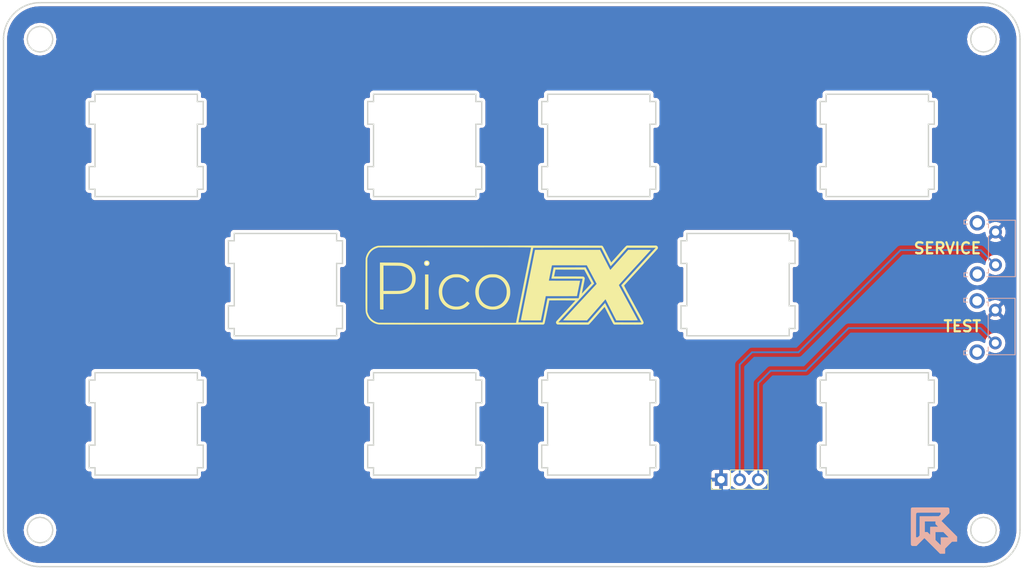
<source format=kicad_pcb>
(kicad_pcb (version 20211014) (generator pcbnew)
  (layers (0 "F.Cu" signal) (31 "B.Cu" signal) (34 "B.Paste" user) (35 "F.Paste" user) (36 "B.SilkS" user "B.Silkscreen") (37 "F.SilkS" user "F.Silkscreen") (38 "B.Mask" user) (39 "F.Mask" user) (44 "Edge.Cuts" user))
  (net 0 "")
  (net 1 "GND")
  (net 2 "SERVICE")
  (net 3 "TEST")
  (footprint "Connector_PinHeader_2.54mm:PinHeader_1x03_P2.54mm_Vertical" (layer "F.Cu") (at 178.65 124.61 90)
    (fp_text reference "REF**" hide)
    (fp_text value "PinHeader_1x03_P2.54mm_Vertical" hide)
  )
  (footprint "LogoFootprints:PicoFX" (layer "F.Cu") (at 150 98)
    (fp_text reference "G***" hide)
    (fp_text value "LOGO" hide)
  )
  (footprint "Button_Switch_THT:SW_Tactile_SPST_Angled_PTS645Vx39-2LFS" (layer "B.Cu") (at 216.1875 95.239 90)
    (fp_text reference "REF**" hide)
    (fp_text value "SW_Tactile_SPST_Angled_PTS645Vx39-2LFS")
  )
  (footprint "Button_Switch_THT:SW_Tactile_SPST_Angled_PTS645Vx39-2LFS" (layer "B.Cu") (at 216.154 105.918 90)
    (fp_text reference "REF**" hide)
    (fp_text value "SW_Tactile_SPST_Angled_PTS645Vx39-2LFS")
  )
  (footprint "LogoFootprints:Arrow_6" (layer "B.Cu") (at 207.772 131.572 180)
    (fp_text reference "G***" hide)
    (fp_text value "LOGO" hide)
  )
  (gr_line (start 173.959995 95.039) (end 173.959995 95.039) (layer "Edge.Cuts") (width 0.188976))
  (gr_line (start 173.959995 91.939001) (end 173.16 91.939001) (layer "Edge.Cuts") (width 0.188976))
  (gr_line (start 80.487996 63.971001) (end 80.533996 63.581001) (layer "Edge.Cuts") (width 0.188976))
  (gr_line (start 154.91 123.989) (end 168.91 123.989) (layer "Edge.Cuts") (width 0.188976))
  (gr_line (start 130.297996 72.889) (end 130.297996 72.889) (layer "Edge.Cuts") (width 0.188976))
  (gr_line (start 80.487996 131.907) (end 80.471996 131.514002) (layer "Edge.Cuts") (width 0.188976))
  (gr_line (start 83.807996 63.823001) (end 83.807996 63.823001) (layer "Edge.Cuts") (width 0.188976))
  (gr_line (start 213.507 132.930002) (end 213.507 132.930002) (layer "Edge.Cuts") (width 0.188976))
  (gr_line (start 215.951992 63.335001) (end 215.564998 62.948001) (layer "Edge.Cuts") (width 0.188976))
  (gr_line (start 106.997995 85.889) (end 106.997995 85.889) (layer "Edge.Cuts") (width 0.188976))
  (gr_line (start 214.92799 136.499003) (end 214.92799 136.499003) (layer "Edge.Cuts") (width 0.188976))
  (gr_line (start 84.689996 136.452997) (end 84.689996 136.452997) (layer "Edge.Cuts") (width 0.188976))
  (gr_line (start 112.046997 100.839003) (end 111.247997 100.839003) (layer "Edge.Cuts") (width 0.188976))
  (gr_line (start 85.472996 62.614001) (end 85.472996 62.614001) (layer "Edge.Cuts") (width 0.188976))
  (gr_line (start 217.475002 135.56) (end 217.475002 135.56) (layer "Edge.Cuts") (width 0.188976))
  (gr_line (start 85.079996 136.499003) (end 84.689996 136.452997) (layer "Edge.Cuts") (width 0.188976))
  (gr_line (start 145.097995 71.889) (end 145.097995 71.889) (layer "Edge.Cuts") (width 0.188976))
  (gr_line (start 188.759998 91.939001) (end 187.959995 91.939001) (layer "Edge.Cuts") (width 0.188976))
  (gr_line (start 154.91 81.788) (end 154.91 81.788) (layer "Edge.Cuts") (width 0.188976))
  (gr_line (start 92.997995 114.089003) (end 92.997995 114.089003) (layer "Edge.Cuts") (width 0.188976))
  (gr_line (start 126.846996 91.939001) (end 126.046997 91.939001) (layer "Edge.Cuts") (width 0.188976))
  (gr_line (start 145.097995 75.989) (end 145.897999 75.989) (layer "Edge.Cuts") (width 0.188976))
  (gr_line (start 80.487996 63.971001) (end 80.487996 63.971001) (layer "Edge.Cuts") (width 0.188976))
  (gr_line (start 168.91 123.989) (end 168.91 123.989) (layer "Edge.Cuts") (width 0.188976))
  (gr_line (start 131.097995 85.889) (end 145.097995 85.889) (layer "Edge.Cuts") (width 0.188976))
  (gr_line (start 80.533996 63.581001) (end 80.533996 63.581001) (layer "Edge.Cuts") (width 0.188976))
  (gr_line (start 192.209995 114.089003) (end 193.009998 114.089003) (layer "Edge.Cuts") (width 0.188976))
  (gr_line (start 80.471996 131.514002) (end 80.471996 131.514002) (layer "Edge.Cuts") (width 0.188976))
  (gr_line (start 145.097995 84.889) (end 145.897999 84.889) (layer "Edge.Cuts") (width 0.188976))
  (gr_line (start 169.709995 81.788) (end 169.709995 81.788) (layer "Edge.Cuts") (width 0.188976))
  (gr_line (start 168.91 72.889) (end 168.91 72.889) (layer "Edge.Cuts") (width 0.188976))
  (gr_line (start 154.91 85.889) (end 154.91 85.889) (layer "Edge.Cuts") (width 0.188976))
  (gr_line (start 154.91 84.889) (end 154.91 84.889) (layer "Edge.Cuts") (width 0.188976))
  (gr_line (start 106.997995 109.989) (end 92.997995 109.989) (layer "Edge.Cuts") (width 0.188976))
  (gr_line (start 215.076992 133.179003) (end 215.564998 132.930002) (layer "Edge.Cuts") (width 0.188976))
  (gr_line (start 215.564998 62.948001) (end 215.564998 62.948001) (layer "Edge.Cuts") (width 0.188976))
  (gr_line (start 81.426996 61.425001) (end 81.669996 61.116001) (layer "Edge.Cuts") (width 0.188976))
  (gr_line (start 219.290996 62.818001) (end 219.397991 63.196001) (layer "Edge.Cuts") (width 0.188976))
  (gr_line (start 207.809993 81.788) (end 207.00999 81.788) (layer "Edge.Cuts") (width 0.188976))
  (gr_line (start 106.997995 122.989) (end 107.795997 122.989) (layer "Edge.Cuts") (width 0.188976))
  (gr_line (start 81.016996 62.094001) (end 81.208996 61.751001) (layer "Edge.Cuts") (width 0.188976))
  (gr_line (start 112.046997 95.039) (end 112.046997 95.039) (layer "Edge.Cuts") (width 0.188976))
  (gr_line (start 111.247997 103.939001) (end 112.046997 103.939001) (layer "Edge.Cuts") (width 0.188976))
  (gr_line (start 207.00999 109.989) (end 207.00999 109.989) (layer "Edge.Cuts") (width 0.188976))
  (gr_line (start 173.959995 104.939001) (end 173.959995 104.939001) (layer "Edge.Cuts") (width 0.188976))
  (gr_line (start 107.795997 114.089003) (end 107.795997 110.989) (layer "Edge.Cuts") (width 0.188976))
  (gr_line (start 82.224996 60.561001) (end 82.533996 60.318001) (layer "Edge.Cuts") (width 0.188976))
  (gr_line (start 92.997995 123.989) (end 106.997995 123.989) (layer "Edge.Cuts") (width 0.188976))
  (gr_line (start 212.87199 132.055002) (end 212.87199 132.055002) (layer "Edge.Cuts") (width 0.188976))
  (gr_line (start 173.959995 104.939001) (end 187.959995 104.939001) (layer "Edge.Cuts") (width 0.188976))
  (gr_line (start 81.426996 134.452997) (end 81.208996 134.127001) (layer "Edge.Cuts") (width 0.188976))
  (gr_line (start 84.056996 132.543001) (end 84.443996 132.930002) (layer "Edge.Cuts") (width 0.188976))
  (gr_line (start 212.87199 64.904001) (end 213.119991 65.392001) (layer "Edge.Cuts") (width 0.188976))
  (gr_line (start 84.056996 63.335001) (end 84.056996 63.335001) (layer "Edge.Cuts") (width 0.188976))
  (gr_line (start 84.689996 59.425001) (end 85.079996 59.379001) (layer "Edge.Cuts") (width 0.188976))
  (gr_line (start 84.689996 136.452997) (end 84.304996 136.376001) (layer "Edge.Cuts") (width 0.188976))
  (gr_line (start 131.097995 122.989) (end 131.097995 122.989) (layer "Edge.Cuts") (width 0.188976))
  (gr_line (start 92.196996 119.889002) (end 92.196996 119.889002) (layer "Edge.Cuts") (width 0.188976))
  (gr_line (start 145.097995 123.989) (end 145.097995 122.989) (layer "Edge.Cuts") (width 0.188976))
  (gr_line (start 154.91 122.989) (end 154.91 123.989) (layer "Edge.Cuts") (width 0.188976))
  (gr_line (start 218.798992 61.751001) (end 218.798992 61.751001) (layer "Edge.Cuts") (width 0.188976))
  (gr_line (start 212.87199 130.974001) (end 212.87199 130.974001) (layer "Edge.Cuts") (width 0.188976))
  (gr_line (start 219.154995 62.450001) (end 219.154995 62.450001) (layer "Edge.Cuts") (width 0.188976))
  (gr_line (start 145.897999 84.889) (end 145.897999 84.889) (layer "Edge.Cuts") (width 0.188976))
  (gr_line (start 154.109996 110.989) (end 154.109996 114.089003) (layer "Edge.Cuts") (width 0.188976))
  (gr_line (start 126.046997 100.839003) (end 126.046997 95.039) (layer "Edge.Cuts") (width 0.188976))
  (gr_line (start 193.009998 72.889) (end 192.209995 72.889) (layer "Edge.Cuts") (width 0.188976))
  (gr_line (start 218.337993 61.116001) (end 218.337993 61.116001) (layer "Edge.Cuts") (width 0.188976))
  (gr_line (start 215.951992 132.543001) (end 216.199993 132.055002) (layer "Edge.Cuts") (width 0.188976))
  (gr_line (start 106.997995 114.089003) (end 107.795997 114.089003) (layer "Edge.Cuts") (width 0.188976))
  (gr_line (start 218.337993 61.116001) (end 218.58099 61.425001) (layer "Edge.Cuts") (width 0.188976))
  (gr_line (start 212.87199 63.823001) (end 212.785991 64.364001) (layer "Edge.Cuts") (width 0.188976))
  (gr_line (start 81.208996 134.127001) (end 81.208996 134.127001) (layer "Edge.Cuts") (width 0.188976))
  (gr_line (start 154.91 110.989) (end 154.91 110.989) (layer "Edge.Cuts") (width 0.188976))
  (gr_line (start 84.056996 63.335001) (end 83.807996 63.823001) (layer "Edge.Cuts") (width 0.188976))
  (gr_line (start 106.997995 81.788) (end 106.997995 75.989) (layer "Edge.Cuts") (width 0.188976))
  (gr_line (start 218.337993 134.762003) (end 218.337993 134.762003) (layer "Edge.Cuts") (width 0.188976))
  (gr_line (start 215.076992 62.699001) (end 214.535991 62.614001) (layer "Edge.Cuts") (width 0.188976))
  (gr_line (start 85.472996 66.114001) (end 86.012996 66.028001) (layer "Edge.Cuts") (width 0.188976))
  (gr_line (start 85.472996 59.363001) (end 214.535991 59.364001) (layer "Edge.Cuts") (width 0.188976))
  (gr_line (start 80.852996 133.428003) (end 80.852996 133.428003) (layer "Edge.Cuts") (width 0.188976))
  (gr_line (start 168.91 81.788) (end 168.91 81.788) (layer "Edge.Cuts") (width 0.188976))
  (gr_line (start 107.795997 72.889) (end 107.795997 72.889) (layer "Edge.Cuts") (width 0.188976))
  (gr_line (start 188.759998 103.939001) (end 188.759998 100.839003) (layer "Edge.Cuts") (width 0.188976))
  (gr_line (start 83.558996 59.744001) (end 83.558996 59.744001) (layer "Edge.Cuts") (width 0.188976))
  (gr_line (start 212.87199 63.823001) (end 212.87199 63.823001) (layer "Edge.Cuts") (width 0.188976))
  (gr_line (start 218.990993 62.094001) (end 219.154995 62.450001) (layer "Edge.Cuts") (width 0.188976))
  (gr_line (start 213.507 130.099001) (end 213.507 130.099001) (layer "Edge.Cuts") (width 0.188976))
  (gr_line (start 219.535991 131.515001) (end 219.535991 131.515001) (layer "Edge.Cuts") (width 0.188976))
  (gr_line (start 215.951992 65.392001) (end 216.199993 64.904001) (layer "Edge.Cuts") (width 0.188976))
  (gr_line (start 126.046997 104.939001) (end 126.046997 103.939001) (layer "Edge.Cuts") (width 0.188976))
  (gr_line (start 217.783001 60.561001) (end 218.072002 60.828001) (layer "Edge.Cuts") (width 0.188976))
  (gr_line (start 188.759998 100.839003) (end 187.959995 100.839003) (layer "Edge.Cuts") (width 0.188976))
  (gr_line (start 107.795997 122.989) (end 107.795997 119.889002) (layer "Edge.Cuts") (width 0.188976))
  (gr_line (start 83.807996 130.974001) (end 83.807996 130.974001) (layer "Edge.Cuts") (width 0.188976))
  (gr_line (start 106.997995 119.889002) (end 106.997995 119.889002) (layer "Edge.Cuts") (width 0.188976))
  (gr_line (start 187.959995 91.939001) (end 187.959995 91.939001) (layer "Edge.Cuts") (width 0.188976))
  (gr_line (start 207.00999 114.089003) (end 207.00999 114.089003) (layer "Edge.Cuts") (width 0.188976))
  (gr_line (start 213.507 62.948001) (end 213.507 62.948001) (layer "Edge.Cuts") (width 0.188976))
  (gr_line (start 216.199993 64.904001) (end 216.285991 64.364001) (layer "Edge.Cuts") (width 0.188976))
  (gr_line (start 80.852996 62.450001) (end 81.016996 62.094001) (layer "Edge.Cuts") (width 0.188976))
  (gr_line (start 85.079996 59.379001) (end 85.472996 59.363001) (layer "Edge.Cuts") (width 0.188976))
  (gr_line (start 83.807996 64.904001) (end 83.807996 64.904001) (layer "Edge.Cuts") (width 0.188976))
  (gr_line (start 145.097995 85.889) (end 145.097995 84.889) (layer "Edge.Cuts") (width 0.188976))
  (gr_line (start 216.285991 131.515001) (end 216.199993 130.974001) (layer "Edge.Cuts") (width 0.188976))
  (gr_line (start 216.449001 59.744001) (end 216.449001 59.744001) (layer "Edge.Cuts") (width 0.188976))
  (gr_line (start 83.202996 59.908001) (end 83.558996 59.744001) (layer "Edge.Cuts") (width 0.188976))
  (gr_line (start 215.317989 136.452997) (end 215.317989 136.452997) (layer "Edge.Cuts") (width 0.188976))
  (gr_line (start 92.997995 72.889) (end 92.997995 72.889) (layer "Edge.Cuts") (width 0.188976))
  (gr_line (start 131.097995 81.788) (end 130.297996 81.788) (layer "Edge.Cuts") (width 0.188976))
  (gr_line (start 218.58099 61.425001) (end 218.798992 61.751001) (layer "Edge.Cuts") (width 0.188976))
  (gr_line (start 193.009998 71.889) (end 193.009998 72.889) (layer "Edge.Cuts") (width 0.188976))
  (gr_line (start 92.997995 109.989) (end 92.997995 110.989) (layer "Edge.Cuts") (width 0.188976))
  (gr_line (start 213.994991 66.028001) (end 213.994991 66.028001) (layer "Edge.Cuts") (width 0.188976))
  (gr_line (start 80.533996 63.581001) (end 80.610996 63.196001) (layer "Edge.Cuts") (width 0.188976))
  (gr_line (start 80.716996 62.818001) (end 80.852996 62.450001) (layer "Edge.Cuts") (width 0.188976))
  (gr_line (start 145.097995 109.989) (end 131.097995 109.989) (layer "Edge.Cuts") (width 0.188976))
  (gr_line (start 85.472996 129.765001) (end 84.931996 129.850001) (layer "Edge.Cuts") (width 0.188976))
  (gr_line (start 80.472996 64.364001) (end 80.487996 63.971001) (layer "Edge.Cuts") (width 0.188976))
  (gr_line (start 188.759998 95.039) (end 188.759998 95.039) (layer "Edge.Cuts") (width 0.188976))
  (gr_line (start 215.317989 59.425001) (end 215.317989 59.425001) (layer "Edge.Cuts") (width 0.188976))
  (gr_line (start 83.558996 59.744001) (end 83.926996 59.608001) (layer "Edge.Cuts") (width 0.188976))
  (gr_line (start 219.290996 133.06) (end 219.154995 133.428003) (layer "Edge.Cuts") (width 0.188976))
  (gr_line (start 214.535991 62.614001) (end 213.994991 62.699001) (layer "Edge.Cuts") (width 0.188976))
  (gr_line (start 84.443996 62.948001) (end 84.056996 63.335001) (layer "Edge.Cuts") (width 0.188976))
  (gr_line (start 111.247997 91.939001) (end 111.247997 95.039) (layer "Edge.Cuts") (width 0.188976))
  (gr_line (start 216.449001 59.744001) (end 216.805996 59.908001) (layer "Edge.Cuts") (width 0.188976))
  (gr_line (start 86.012996 62.699001) (end 85.472996 62.614001) (layer "Edge.Cuts") (width 0.188976))
  (gr_line (start 106.997995 85.889) (end 106.997995 84.889) (layer "Edge.Cuts") (width 0.188976))
  (gr_line (start 219.520992 131.907) (end 219.520992 131.907) (layer "Edge.Cuts") (width 0.188976))
  (gr_line (start 112.046997 91.939001) (end 111.247997 91.939001) (layer "Edge.Cuts") (width 0.188976))
  (gr_line (start 83.722996 131.515001) (end 83.807996 132.055002) (layer "Edge.Cuts") (width 0.188976))
  (gr_line (start 86.012996 66.028001) (end 86.500996 65.779001) (layer "Edge.Cuts") (width 0.188976))
  (gr_line (start 131.097995 110.989) (end 131.097995 110.989) (layer "Edge.Cuts") (width 0.188976))
  (gr_line (start 188.759998 95.039) (end 188.759998 91.939001) (layer "Edge.Cuts") (width 0.188976))
  (gr_line (start 85.472996 133.265001) (end 85.472996 133.265001) (layer "Edge.Cuts") (width 0.188976))
  (gr_line (start 219.397991 132.682001) (end 219.290996 133.06) (layer "Edge.Cuts") (width 0.188976))
  (gr_line (start 83.807996 64.904001) (end 84.056996 65.392001) (layer "Edge.Cuts") (width 0.188976))
  (gr_line (start 188.759998 91.939001) (end 188.759998 91.939001) (layer "Edge.Cuts") (width 0.188976))
  (gr_line (start 81.669996 61.116001) (end 81.669996 61.116001) (layer "Edge.Cuts") (width 0.188976))
  (gr_line (start 154.91 72.889) (end 154.91 72.889) (layer "Edge.Cuts") (width 0.188976))
  (gr_line (start 193.009998 122.989) (end 193.009998 123.989) (layer "Edge.Cuts") (width 0.188976))
  (gr_line (start 207.00999 72.889) (end 207.00999 71.889) (layer "Edge.Cuts") (width 0.188976))
  (gr_line (start 92.196996 75.989) (end 92.997995 75.989) (layer "Edge.Cuts") (width 0.188976))
  (gr_line (start 207.00999 75.989) (end 207.00999 75.989) (layer "Edge.Cuts") (width 0.188976))
  (gr_line (start 154.91 72.889) (end 154.109996 72.889) (layer "Edge.Cuts") (width 0.188976))
  (gr_line (start 213.507 130.099001) (end 213.119991 130.486002) (layer "Edge.Cuts") (width 0.188976))
  (gr_line (start 81.936996 135.049997) (end 81.936996 135.049997) (layer "Edge.Cuts") (width 0.188976))
  (gr_line (start 173.959995 103.939001) (end 173.959995 103.939001) (layer "Edge.Cuts") (width 0.188976))
  (gr_line (start 87.136996 63.823001) (end 87.136996 63.823001) (layer "Edge.Cuts") (width 0.188976))
  (gr_line (start 81.426996 61.425001) (end 81.426996 61.425001) (layer "Edge.Cuts") (width 0.188976))
  (gr_line (start 85.472996 136.515001) (end 85.472996 136.515001) (layer "Edge.Cuts") (width 0.188976))
  (gr_line (start 212.785991 64.364001) (end 212.785991 64.364001) (layer "Edge.Cuts") (width 0.188976))
  (gr_line (start 111.247997 91.939001) (end 111.247997 91.939001) (layer "Edge.Cuts") (width 0.188976))
  (gr_line (start 84.056996 65.392001) (end 84.056996 65.392001) (layer "Edge.Cuts") (width 0.188976))
  (gr_line (start 86.012996 62.699001) (end 86.012996 62.699001) (layer "Edge.Cuts") (width 0.188976))
  (gr_line (start 212.785991 64.364001) (end 212.87199 64.904001) (layer "Edge.Cuts") (width 0.188976))
  (gr_line (start 106.997995 72.889) (end 106.997995 72.889) (layer "Edge.Cuts") (width 0.188976))
  (gr_line (start 145.897999 114.089003) (end 145.897999 110.989) (layer "Edge.Cuts") (width 0.188976))
  (gr_line (start 193.009998 122.989) (end 193.009998 122.989) (layer "Edge.Cuts") (width 0.188976))
  (gr_line (start 168.91 114.089003) (end 168.91 114.089003) (layer "Edge.Cuts") (width 0.188976))
  (gr_line (start 145.097995 109.989) (end 145.097995 109.989) (layer "Edge.Cuts") (width 0.188976))
  (gr_line (start 169.709995 72.889) (end 168.91 72.889) (layer "Edge.Cuts") (width 0.188976))
  (gr_line (start 84.056996 130.486002) (end 83.807996 130.974001) (layer "Edge.Cuts") (width 0.188976))
  (gr_line (start 131.097995 123.989) (end 131.097995 123.989) (layer "Edge.Cuts") (width 0.188976))
  (gr_line (start 169.709995 110.989) (end 169.709995 110.989) (layer "Edge.Cuts") (width 0.188976))
  (gr_line (start 126.846996 103.939001) (end 126.846996 103.939001) (layer "Edge.Cuts") (width 0.188976))
  (gr_line (start 169.709995 119.889002) (end 169.709995 119.889002) (layer "Edge.Cuts") (width 0.188976))
  (gr_line (start 111.247997 95.039) (end 112.046997 95.039) (layer "Edge.Cuts") (width 0.188976))
  (gr_line (start 154.91 123.989) (end 154.91 123.989) (layer "Edge.Cuts") (width 0.188976))
  (gr_line (start 207.809993 114.089003) (end 207.809993 114.089003) (layer "Edge.Cuts") (width 0.188976))
  (gr_line (start 215.317989 136.452997) (end 214.92799 136.499003) (layer "Edge.Cuts") (width 0.188976))
  (gr_line (start 131.097995 114.089003) (end 131.097995 114.089003) (layer "Edge.Cuts") (width 0.188976))
  (gr_line (start 215.076992 129.850001) (end 215.076992 129.850001) (layer "Edge.Cuts") (width 0.188976))
  (gr_line (start 218.798992 61.751001) (end 218.990993 62.094001) (layer "Edge.Cuts") (width 0.188976))
  (gr_line (start 92.196996 122.989) (end 92.997995 122.989) (layer "Edge.Cuts") (width 0.188976))
  (gr_line (start 84.304996 136.376001) (end 83.926996 136.269999) (layer "Edge.Cuts") (width 0.188976))
  (gr_line (start 92.196996 72.889) (end 92.196996 75.989) (layer "Edge.Cuts") (width 0.188976))
  (gr_line (start 218.337993 134.762003) (end 218.072002 135.049997) (layer "Edge.Cuts") (width 0.188976))
  (gr_line (start 213.507 132.930002) (end 213.994991 133.179003) (layer "Edge.Cuts") (width 0.188976))
  (gr_line (start 215.951992 65.392001) (end 215.951992 65.392001) (layer "Edge.Cuts") (width 0.188976))
  (gr_line (start 81.936996 135.049997) (end 81.669996 134.762003) (layer "Edge.Cuts") (width 0.188976))
  (gr_line (start 130.297996 72.889) (end 130.297996 75.989) (layer "Edge.Cuts") (width 0.188976))
  (gr_line (start 131.097995 85.889) (end 131.097995 85.889) (layer "Edge.Cuts") (width 0.188976))
  (gr_line (start 193.009998 75.989) (end 193.009998 81.788) (layer "Edge.Cuts") (width 0.188976))
  (gr_line (start 111.247997 95.039) (end 111.247997 95.039) (layer "Edge.Cuts") (width 0.188976))
  (gr_line (start 154.109996 75.989) (end 154.109996 75.989) (layer "Edge.Cuts") (width 0.188976))
  (gr_line (start 168.91 110.989) (end 168.91 109.989) (layer "Edge.Cuts") (width 0.188976))
  (gr_line (start 86.012996 133.179003) (end 86.500996 132.930002) (layer "Edge.Cuts") (width 0.188976))
  (gr_line (start 92.997995 75.989) (end 92.997995 81.788) (layer "Edge.Cuts") (width 0.188976))
  (gr_line (start 145.097995 85.889) (end 145.097995 85.889) (layer "Edge.Cuts") (width 0.188976))
  (gr_line (start 83.807996 63.823001) (end 83.722996 64.364001) (layer "Edge.Cuts") (width 0.188976))
  (gr_line (start 145.897999 122.989) (end 145.897999 119.889002) (layer "Edge.Cuts") (width 0.188976))
  (gr_line (start 169.709995 75.989) (end 169.709995 72.889) (layer "Edge.Cuts") (width 0.188976))
  (gr_line (start 84.443996 130.099001) (end 84.443996 130.099001) (layer "Edge.Cuts") (width 0.188976))
  (gr_line (start 193.009998 84.889) (end 193.009998 84.889) (layer "Edge.Cuts") (width 0.188976))
  (gr_line (start 187.959995 90.939001) (end 187.959995 90.939001) (layer "Edge.Cuts") (width 0.188976))
  (gr_line (start 81.016996 62.094001) (end 81.016996 62.094001) (layer "Edge.Cuts") (width 0.188976))
  (gr_line (start 107.795997 122.989) (end 107.795997 122.989) (layer "Edge.Cuts") (width 0.188976))
  (gr_line (start 215.702999 59.502001) (end 216.08099 59.608001) (layer "Edge.Cuts") (width 0.188976))
  (gr_line (start 218.990993 62.094001) (end 218.990993 62.094001) (layer "Edge.Cuts") (width 0.188976))
  (gr_line (start 168.91 72.889) (end 168.91 71.889) (layer "Edge.Cuts") (width 0.188976))
  (gr_line (start 214.535991 129.765001) (end 214.535991 129.765001) (layer "Edge.Cuts") (width 0.188976))
  (gr_line (start 187.959995 103.939001) (end 187.959995 103.939001) (layer "Edge.Cuts") (width 0.188976))
  (gr_line (start 207.00999 122.989) (end 207.00999 122.989) (layer "Edge.Cuts") (width 0.188976))
  (gr_line (start 154.91 114.089003) (end 154.91 119.889002) (layer "Edge.Cuts") (width 0.188976))
  (gr_line (start 219.520992 63.971001) (end 219.520992 63.971001) (layer "Edge.Cuts") (width 0.188976))
  (gr_line (start 92.997995 110.989) (end 92.196996 110.989) (layer "Edge.Cuts") (width 0.188976))
  (gr_line (start 83.558996 136.134005) (end 83.202996 135.970003) (layer "Edge.Cuts") (width 0.188976))
  (gr_line (start 218.990993 133.783999) (end 218.990993 133.783999) (layer "Edge.Cuts") (width 0.188976))
  (gr_line (start 106.997995 75.989) (end 106.997995 75.989) (layer "Edge.Cuts") (width 0.188976))
  (gr_line (start 87.222996 64.364001) (end 87.136996 63.823001) (layer "Edge.Cuts") (width 0.188976))
  (gr_line (start 154.91 85.889) (end 168.91 85.889) (layer "Edge.Cuts") (width 0.188976))
  (gr_line (start 81.208996 134.127001) (end 81.016996 133.783999) (layer "Edge.Cuts") (width 0.188976))
  (gr_line (start 193.009998 119.889002) (end 193.009998 119.889002) (layer "Edge.Cuts") (width 0.188976))
  (gr_line (start 92.997995 85.889) (end 92.997995 85.889) (layer "Edge.Cuts") (width 0.188976))
  (gr_line (start 215.702999 59.502001) (end 215.702999 59.502001) (layer "Edge.Cuts") (width 0.188976))
  (gr_line (start 207.00999 119.889002) (end 207.00999 119.889002) (layer "Edge.Cuts") (width 0.188976))
  (gr_line (start 193.009998 81.788) (end 193.009998 81.788) (layer "Edge.Cuts") (width 0.188976))
  (gr_line (start 130.297996 122.989) (end 130.297996 122.989) (layer "Edge.Cuts") (width 0.188976))
  (gr_line (start 207.00999 119.889002) (end 207.00999 114.089003) (layer "Edge.Cuts") (width 0.188976))
  (gr_line (start 107.795997 84.889) (end 107.795997 81.788) (layer "Edge.Cuts") (width 0.188976))
  (gr_line (start 213.119991 65.392001) (end 213.119991 65.392001) (layer "Edge.Cuts") (width 0.188976))
  (gr_line (start 82.859996 60.100001) (end 83.202996 59.908001) (layer "Edge.Cuts") (width 0.188976))
  (gr_line (start 154.91 81.788) (end 154.109996 81.788) (layer "Edge.Cuts") (width 0.188976))
  (gr_line (start 92.997995 110.989) (end 92.997995 110.989) (layer "Edge.Cuts") (width 0.188976))
  (gr_line (start 85.079996 136.499003) (end 85.079996 136.499003) (layer "Edge.Cuts") (width 0.188976))
  (gr_line (start 131.097995 110.989) (end 130.297996 110.989) (layer "Edge.Cuts") (width 0.188976))
  (gr_line (start 187.959995 90.939001) (end 173.959995 90.939001) (layer "Edge.Cuts") (width 0.188976))
  (gr_line (start 154.109996 72.889) (end 154.109996 72.889) (layer "Edge.Cuts") (width 0.188976))
  (gr_line (start 86.887996 63.335001) (end 86.887996 63.335001) (layer "Edge.Cuts") (width 0.188976))
  (gr_line (start 173.16 100.839003) (end 173.16 103.939001) (layer "Edge.Cuts") (width 0.188976))
  (gr_line (start 130.297996 84.889) (end 130.297996 84.889) (layer "Edge.Cuts") (width 0.188976))
  (gr_line (start 215.951992 130.486002) (end 215.564998 130.099001) (layer "Edge.Cuts") (width 0.188976))
  (gr_line (start 106.997995 119.889002) (end 106.997995 114.089003) (layer "Edge.Cuts") (width 0.188976))
  (gr_line (start 207.809993 119.889002) (end 207.809993 119.889002) (layer "Edge.Cuts") (width 0.188976))
  (gr_line (start 80.716996 133.06) (end 80.610996 132.682001) (layer "Edge.Cuts") (width 0.188976))
  (gr_line (start 154.91 110.989) (end 154.109996 110.989) (layer "Edge.Cuts") (width 0.188976))
  (gr_line (start 154.109996 84.889) (end 154.109996 84.889) (layer "Edge.Cuts") (width 0.188976))
  (gr_line (start 130.297996 119.889002) (end 130.297996 122.989) (layer "Edge.Cuts") (width 0.188976))
  (gr_line (start 84.931996 133.179003) (end 84.931996 133.179003) (layer "Edge.Cuts") (width 0.188976))
  (gr_line (start 145.097995 119.889002) (end 145.097995 114.089003) (layer "Edge.Cuts") (width 0.188976))
  (gr_line (start 173.959995 90.939001) (end 173.959995 91.939001) (layer "Edge.Cuts") (width 0.188976))
  (gr_line (start 83.202996 135.970003) (end 82.859996 135.778002) (layer "Edge.Cuts") (width 0.188976))
  (gr_line (start 83.202996 135.970003) (end 83.202996 135.970003) (layer "Edge.Cuts") (width 0.188976))
  (gr_line (start 81.016996 133.783999) (end 80.852996 133.428003) (layer "Edge.Cuts") (width 0.188976))
  (gr_line (start 173.959995 95.039) (end 173.959995 100.839003) (layer "Edge.Cuts") (width 0.188976))
  (gr_line (start 192.209995 110.989) (end 192.209995 114.089003) (layer "Edge.Cuts") (width 0.188976))
  (gr_line (start 92.997995 119.889002) (end 92.196996 119.889002) (layer "Edge.Cuts") (width 0.188976))
  (gr_line (start 217.475002 60.318001) (end 217.475002 60.318001) (layer "Edge.Cuts") (width 0.188976))
  (gr_line (start 145.897999 110.989) (end 145.097995 110.989) (layer "Edge.Cuts") (width 0.188976))
  (gr_line (start 130.297996 81.788) (end 130.297996 81.788) (layer "Edge.Cuts") (width 0.188976))
  (gr_line (start 214.92799 59.379001) (end 214.92799 59.379001) (layer "Edge.Cuts") (width 0.188976))
  (gr_line (start 92.997995 75.989) (end 92.997995 75.989) (layer "Edge.Cuts") (width 0.188976))
  (gr_line (start 154.109996 122.989) (end 154.109996 122.989) (layer "Edge.Cuts") (width 0.188976))
  (gr_line (start 207.809993 75.989) (end 207.809993 75.989) (layer "Edge.Cuts") (width 0.188976))
  (gr_line (start 168.91 84.889) (end 168.91 84.889) (layer "Edge.Cuts") (width 0.188976))
  (gr_line (start 154.91 119.889002) (end 154.109996 119.889002) (layer "Edge.Cuts") (width 0.188976))
  (gr_line (start 217.147991 60.100001) (end 217.475002 60.318001) (layer "Edge.Cuts") (width 0.188976))
  (gr_line (start 83.926996 136.269999) (end 83.926996 136.269999) (layer "Edge.Cuts") (width 0.188976))
  (gr_line (start 87.222996 131.515001) (end 87.222996 131.515001) (layer "Edge.Cuts") (width 0.188976))
  (gr_line (start 80.852996 62.450001) (end 80.852996 62.450001) (layer "Edge.Cuts") (width 0.188976))
  (gr_line (start 145.097995 110.989) (end 145.097995 109.989) (layer "Edge.Cuts") (width 0.188976))
  (gr_line (start 145.897999 81.788) (end 145.097995 81.788) (layer "Edge.Cuts") (width 0.188976))
  (gr_line (start 92.997995 81.788) (end 92.997995 81.788) (layer "Edge.Cuts") (width 0.188976))
  (gr_line (start 87.136996 64.904001) (end 87.136996 64.904001) (layer "Edge.Cuts") (width 0.188976))
  (gr_line (start 168.91 123.989) (end 168.91 122.989) (layer "Edge.Cuts") (width 0.188976))
  (gr_line (start 215.702999 136.376001) (end 215.702999 136.376001) (layer "Edge.Cuts") (width 0.188976))
  (gr_line (start 92.196996 84.889) (end 92.997995 84.889) (layer "Edge.Cuts") (width 0.188976))
  (gr_line (start 213.119991 132.543001) (end 213.507 132.930002) (layer "Edge.Cuts") (width 0.188976))
  (gr_line (start 126.046997 90.939001) (end 126.046997 90.939001) (layer "Edge.Cuts") (width 0.188976))
  (gr_line (start 82.224996 135.317003) (end 81.936996 135.049997) (layer "Edge.Cuts") (width 0.188976))
  (gr_line (start 154.109996 110.989) (end 154.109996 110.989) (layer "Edge.Cuts") (width 0.188976))
  (gr_line (start 130.297996 122.989) (end 131.097995 122.989) (layer "Edge.Cuts") (width 0.188976))
  (gr_line (start 154.91 75.989) (end 154.91 75.989) (layer "Edge.Cuts") (width 0.188976))
  (gr_line (start 154.109996 72.889) (end 154.109996 75.989) (layer "Edge.Cuts") (width 0.188976))
  (gr_line (start 126.846996 95.039) (end 126.846996 95.039) (layer "Edge.Cuts") (width 0.188976))
  (gr_line (start 213.994991 129.850001) (end 213.507 130.099001) (layer "Edge.Cuts") (width 0.188976))
  (gr_line (start 193.009998 119.889002) (end 192.209995 119.889002) (layer "Edge.Cuts") (width 0.188976))
  (gr_line (start 145.897999 110.989) (end 145.897999 110.989) (layer "Edge.Cuts") (width 0.188976))
  (gr_line (start 106.997995 72.889) (end 106.997995 71.889) (layer "Edge.Cuts") (width 0.188976))
  (gr_line (start 193.009998 109.989) (end 193.009998 110.989) (layer "Edge.Cuts") (width 0.188976))
  (gr_line (start 192.209995 122.989) (end 192.209995 122.989) (layer "Edge.Cuts") (width 0.188976))
  (gr_line (start 154.91 71.889) (end 154.91 72.889) (layer "Edge.Cuts") (width 0.188976))
  (gr_line (start 154.109996 81.788) (end 154.109996 84.889) (layer "Edge.Cuts") (width 0.188976))
  (gr_line (start 207.809993 122.989) (end 207.809993 122.989) (layer "Edge.Cuts") (width 0.188976))
  (gr_line (start 187.959995 100.839003) (end 187.959995 100.839003) (layer "Edge.Cuts") (width 0.188976))
  (gr_line (start 111.247997 103.939001) (end 111.247997 103.939001) (layer "Edge.Cuts") (width 0.188976))
  (gr_line (start 92.997995 114.089003) (end 92.997995 119.889002) (layer "Edge.Cuts") (width 0.188976))
  (gr_line (start 92.997995 84.889) (end 92.997995 84.889) (layer "Edge.Cuts") (width 0.188976))
  (gr_line (start 169.709995 110.989) (end 168.91 110.989) (layer "Edge.Cuts") (width 0.188976))
  (gr_line (start 169.709995 114.089003) (end 169.709995 110.989) (layer "Edge.Cuts") (width 0.188976))
  (gr_line (start 192.209995 119.889002) (end 192.209995 122.989) (layer "Edge.Cuts") (width 0.188976))
  (gr_line (start 193.009998 123.989) (end 207.00999 123.989) (layer "Edge.Cuts") (width 0.188976))
  (gr_line (start 106.997995 110.989) (end 106.997995 110.989) (layer "Edge.Cuts") (width 0.188976))
  (gr_line (start 83.202996 59.908001) (end 83.202996 59.908001) (layer "Edge.Cuts") (width 0.188976))
  (gr_line (start 86.887996 63.335001) (end 86.500996 62.948001) (layer "Edge.Cuts") (width 0.188976))
  (gr_line (start 145.897999 72.889) (end 145.897999 72.889) (layer "Edge.Cuts") (width 0.188976))
  (gr_line (start 131.097995 122.989) (end 131.097995 123.989) (layer "Edge.Cuts") (width 0.188976))
  (gr_line (start 219.473995 132.296999) (end 219.473995 132.296999) (layer "Edge.Cuts") (width 0.188976))
  (gr_line (start 207.00999 122.989) (end 207.809993 122.989) (layer "Edge.Cuts") (width 0.188976))
  (gr_line (start 173.16 103.939001) (end 173.959995 103.939001) (layer "Edge.Cuts") (width 0.188976))
  (gr_line (start 112.046997 104.939001) (end 112.046997 104.939001) (layer "Edge.Cuts") (width 0.188976))
  (gr_line (start 216.805996 135.970003) (end 216.805996 135.970003) (layer "Edge.Cuts") (width 0.188976))
  (gr_line (start 154.91 114.089003) (end 154.91 114.089003) (layer "Edge.Cuts") (width 0.188976))
  (gr_line (start 168.91 71.889) (end 154.91 71.889) (layer "Edge.Cuts") (width 0.188976))
  (gr_line (start 111.247997 100.839003) (end 111.247997 100.839003) (layer "Edge.Cuts") (width 0.188976))
  (gr_line (start 112.046997 100.839003) (end 112.046997 100.839003) (layer "Edge.Cuts") (width 0.188976))
  (gr_line (start 219.397991 63.196001) (end 219.397991 63.196001) (layer "Edge.Cuts") (width 0.188976))
  (gr_line (start 84.689996 59.425001) (end 84.689996 59.425001) (layer "Edge.Cuts") (width 0.188976))
  (gr_line (start 168.91 75.989) (end 168.91 75.989) (layer "Edge.Cuts") (width 0.188976))
  (gr_line (start 214.535991 136.515001) (end 85.472996 136.515001) (layer "Edge.Cuts") (width 0.188976))
  (gr_line (start 154.91 75.989) (end 154.91 81.788) (layer "Edge.Cuts") (width 0.188976))
  (gr_line (start 84.931996 66.028001) (end 85.472996 66.114001) (layer "Edge.Cuts") (width 0.188976))
  (gr_line (start 86.500996 62.948001) (end 86.012996 62.699001) (layer "Edge.Cuts") (width 0.188976))
  (gr_line (start 80.533996 132.296999) (end 80.533996 132.296999) (layer "Edge.Cuts") (width 0.188976))
  (gr_line (start 81.936996 60.828001) (end 81.936996 60.828001) (layer "Edge.Cuts") (width 0.188976))
  (gr_line (start 207.00999 110.989) (end 207.00999 110.989) (layer "Edge.Cuts") (width 0.188976))
  (gr_line (start 130.297996 110.989) (end 130.297996 114.089003) (layer "Edge.Cuts") (width 0.188976))
  (gr_line (start 80.610996 132.682001) (end 80.610996 132.682001) (layer "Edge.Cuts") (width 0.188976))
  (gr_line (start 126.846996 100.839003) (end 126.846996 100.839003) (layer "Edge.Cuts") (width 0.188976))
  (gr_line (start 218.58099 134.452997) (end 218.337993 134.762003) (layer "Edge.Cuts") (width 0.188976))
  (gr_line (start 107.795997 119.889002) (end 107.795997 119.889002) (layer "Edge.Cuts") (width 0.188976))
  (gr_line (start 168.91 122.989) (end 169.709995 122.989) (layer "Edge.Cuts") (width 0.188976))
  (gr_line (start 111.247997 100.839003) (end 111.247997 103.939001) (layer "Edge.Cuts") (width 0.188976))
  (gr_line (start 85.472996 66.114001) (end 85.472996 66.114001) (layer "Edge.Cuts") (width 0.188976))
  (gr_line (start 80.487996 131.907) (end 80.487996 131.907) (layer "Edge.Cuts") (width 0.188976))
  (gr_line (start 81.669996 134.762003) (end 81.426996 134.452997) (layer "Edge.Cuts") (width 0.188976))
  (gr_line (start 207.809993 72.889) (end 207.809993 72.889) (layer "Edge.Cuts") (width 0.188976))
  (gr_line (start 218.072002 135.049997) (end 217.783001 135.317003) (layer "Edge.Cuts") (width 0.188976))
  (gr_line (start 216.199993 63.823001) (end 216.199993 63.823001) (layer "Edge.Cuts") (width 0.188976))
  (gr_line (start 154.91 119.889002) (end 154.91 119.889002) (layer "Edge.Cuts") (width 0.188976))
  (gr_line (start 86.012996 133.179003) (end 86.012996 133.179003) (layer "Edge.Cuts") (width 0.188976))
  (gr_line (start 84.304996 59.502001) (end 84.304996 59.502001) (layer "Edge.Cuts") (width 0.188976))
  (gr_line (start 82.533996 135.56) (end 82.533996 135.56) (layer "Edge.Cuts") (width 0.188976))
  (gr_line (start 193.009998 110.989) (end 193.009998 110.989) (layer "Edge.Cuts") (width 0.188976))
  (gr_line (start 168.91 71.889) (end 168.91 71.889) (layer "Edge.Cuts") (width 0.188976))
  (gr_line (start 193.009998 72.889) (end 193.009998 72.889) (layer "Edge.Cuts") (width 0.188976))
  (gr_line (start 84.443996 132.930002) (end 84.443996 132.930002) (layer "Edge.Cuts") (width 0.188976))
  (gr_line (start 173.16 95.039) (end 173.16 95.039) (layer "Edge.Cuts") (width 0.188976))
  (gr_line (start 126.846996 91.939001) (end 126.846996 91.939001) (layer "Edge.Cuts") (width 0.188976))
  (gr_line (start 145.097995 81.788) (end 145.097995 75.989) (layer "Edge.Cuts") (width 0.188976))
  (gr_line (start 168.91 110.989) (end 168.91 110.989) (layer "Edge.Cuts") (width 0.188976))
  (gr_line (start 126.846996 103.939001) (end 126.846996 100.839003) (layer "Edge.Cuts") (width 0.188976))
  (gr_line (start 80.716996 133.06) (end 80.716996 133.06) (layer "Edge.Cuts") (width 0.188976))
  (gr_line (start 87.136996 63.823001) (end 86.887996 63.335001) (layer "Edge.Cuts") (width 0.188976))
  (gr_line (start 207.00999 85.889) (end 207.00999 84.889) (layer "Edge.Cuts") (width 0.188976))
  (gr_line (start 215.564998 65.779001) (end 215.951992 65.392001) (layer "Edge.Cuts") (width 0.188976))
  (gr_line (start 219.397991 132.682001) (end 219.397991 132.682001) (layer "Edge.Cuts") (width 0.188976))
  (gr_line (start 131.097995 114.089003) (end 131.097995 119.889002) (layer "Edge.Cuts") (width 0.188976))
  (gr_line (start 82.224996 135.317003) (end 82.224996 135.317003) (layer "Edge.Cuts") (width 0.188976))
  (gr_line (start 193.009998 110.989) (end 192.209995 110.989) (layer "Edge.Cuts") (width 0.188976))
  (gr_line (start 217.783001 135.317003) (end 217.783001 135.317003) (layer "Edge.Cuts") (width 0.188976))
  (gr_line (start 192.209995 114.089003) (end 192.209995 114.089003) (layer "Edge.Cuts") (width 0.188976))
  (gr_line (start 92.196996 72.889) (end 92.196996 72.889) (layer "Edge.Cuts") (width 0.188976))
  (gr_line (start 214.535991 66.114001) (end 214.535991 66.114001) (layer "Edge.Cuts") (width 0.188976))
  (gr_line (start 145.097995 122.989) (end 145.897999 122.989) (layer "Edge.Cuts") (width 0.188976))
  (gr_line (start 145.097995 114.089003) (end 145.897999 114.089003) (layer "Edge.Cuts") (width 0.188976))
  (gr_line (start 217.783001 135.317003) (end 217.475002 135.56) (layer "Edge.Cuts") (width 0.188976))
  (gr_line (start 85.472996 129.765001) (end 85.472996 129.765001) (layer "Edge.Cuts") (width 0.188976))
  (gr_line (start 145.097995 72.889) (end 145.097995 71.889) (layer "Edge.Cuts") (width 0.188976))
  (gr_line (start 212.87199 130.974001) (end 212.785991 131.515001) (layer "Edge.Cuts") (width 0.188976))
  (gr_line (start 207.00999 84.889) (end 207.809993 84.889) (layer "Edge.Cuts") (width 0.188976))
  (gr_line (start 145.897999 72.889) (end 145.097995 72.889) (layer "Edge.Cuts") (width 0.188976))
  (gr_line (start 214.535991 62.614001) (end 214.535991 62.614001) (layer "Edge.Cuts") (width 0.188976))
  (gr_line (start 82.859996 135.778002) (end 82.533996 135.56) (layer "Edge.Cuts") (width 0.188976))
  (gr_line (start 86.887996 132.543001) (end 87.136996 132.055002) (layer "Edge.Cuts") (width 0.188976))
  (gr_line (start 145.897999 119.889002) (end 145.097995 119.889002) (layer "Edge.Cuts") (width 0.188976))
  (gr_line (start 219.154995 133.428003) (end 218.990993 133.783999) (layer "Edge.Cuts") (width 0.188976))
  (gr_line (start 168.91 119.889002) (end 168.91 114.089003) (layer "Edge.Cuts") (width 0.188976))
  (gr_line (start 187.959995 104.939001) (end 187.959995 103.939001) (layer "Edge.Cuts") (width 0.188976))
  (gr_line (start 219.154995 133.428003) (end 219.154995 133.428003) (layer "Edge.Cuts") (width 0.188976))
  (gr_line (start 219.290996 62.818001) (end 219.290996 62.818001) (layer "Edge.Cuts") (width 0.188976))
  (gr_line (start 187.959995 91.939001) (end 187.959995 90.939001) (layer "Edge.Cuts") (width 0.188976))
  (gr_line (start 83.722996 64.364001) (end 83.722996 64.364001) (layer "Edge.Cuts") (width 0.188976))
  (gr_line (start 207.00999 72.889) (end 207.00999 72.889) (layer "Edge.Cuts") (width 0.188976))
  (gr_line (start 130.297996 84.889) (end 131.097995 84.889) (layer "Edge.Cuts") (width 0.188976))
  (gr_line (start 207.809993 72.889) (end 207.00999 72.889) (layer "Edge.Cuts") (width 0.188976))
  (gr_line (start 193.009998 114.089003) (end 193.009998 119.889002) (layer "Edge.Cuts") (width 0.188976))
  (gr_line (start 215.564998 132.930002) (end 215.951992 132.543001) (layer "Edge.Cuts") (width 0.188976))
  (gr_line (start 188.759998 103.939001) (end 188.759998 103.939001) (layer "Edge.Cuts") (width 0.188976))
  (gr_line (start 213.507 65.779001) (end 213.507 65.779001) (layer "Edge.Cuts") (width 0.188976))
  (gr_line (start 107.795997 119.889002) (end 106.997995 119.889002) (layer "Edge.Cuts") (width 0.188976))
  (gr_line (start 92.196996 114.089003) (end 92.997995 114.089003) (layer "Edge.Cuts") (width 0.188976))
  (gr_line (start 154.91 84.889) (end 154.91 85.889) (layer "Edge.Cuts") (width 0.188976))
  (gr_line (start 219.397991 63.196001) (end 219.473995 63.581001) (layer "Edge.Cuts") (width 0.188976))
  (gr_line (start 207.809993 75.989) (end 207.809993 72.889) (layer "Edge.Cuts") (width 0.188976))
  (gr_line (start 81.426996 134.452997) (end 81.426996 134.452997) (layer "Edge.Cuts") (width 0.188976))
  (gr_line (start 207.00999 75.989) (end 207.809993 75.989) (layer "Edge.Cuts") (width 0.188976))
  (gr_line (start 112.046997 103.939001) (end 112.046997 103.939001) (layer "Edge.Cuts") (width 0.188976))
  (gr_line (start 145.897999 81.788) (end 145.897999 81.788) (layer "Edge.Cuts") (width 0.188976))
  (gr_line (start 145.097995 84.889) (end 145.097995 84.889) (layer "Edge.Cuts") (width 0.188976))
  (gr_line (start 192.209995 81.788) (end 192.209995 81.788) (layer "Edge.Cuts") (width 0.188976))
  (gr_line (start 112.046997 103.939001) (end 112.046997 104.939001) (layer "Edge.Cuts") (width 0.188976))
  (gr_line (start 187.959995 95.039) (end 188.759998 95.039) (layer "Edge.Cuts") (width 0.188976))
  (gr_line (start 187.959995 100.839003) (end 187.959995 95.039) (layer "Edge.Cuts") (width 0.188976))
  (gr_line (start 86.887996 130.486002) (end 86.500996 130.099001) (layer "Edge.Cuts") (width 0.188976))
  (gr_line (start 85.472996 59.363001) (end 85.472996 59.363001) (layer "Edge.Cuts") (width 0.188976))
  (gr_line (start 219.535991 64.364001) (end 219.535991 131.515001) (layer "Edge.Cuts") (width 0.188976))
  (gr_line (start 81.936996 60.828001) (end 82.224996 60.561001) (layer "Edge.Cuts") (width 0.188976))
  (gr_line (start 131.097995 75.989) (end 131.097995 81.788) (layer "Edge.Cuts") (width 0.188976))
  (gr_line (start 92.997995 71.889) (end 92.997995 72.889) (layer "Edge.Cuts") (width 0.188976))
  (gr_line (start 192.209995 75.989) (end 192.209995 75.989) (layer "Edge.Cuts") (width 0.188976))
  (gr_line (start 92.997995 123.989) (end 92.997995 123.989) (layer "Edge.Cuts") (width 0.188976))
  (gr_line (start 86.500996 132.930002) (end 86.500996 132.930002) (layer "Edge.Cuts") (width 0.188976))
  (gr_line (start 207.00999 109.989) (end 193.009998 109.989) (layer "Edge.Cuts") (width 0.188976))
  (gr_line (start 216.285991 64.364001) (end 216.199993 63.823001) (layer "Edge.Cuts") (width 0.188976))
  (gr_line (start 107.795997 81.788) (end 106.997995 81.788) (layer "Edge.Cuts") (width 0.188976))
  (gr_line (start 92.196996 75.989) (end 92.196996 75.989) (layer "Edge.Cuts") (width 0.188976))
  (gr_line (start 145.897999 122.989) (end 145.897999 122.989) (layer "Edge.Cuts") (width 0.188976))
  (gr_line (start 207.809993 84.889) (end 207.809993 81.788) (layer "Edge.Cuts") (width 0.188976))
  (gr_line (start 92.196996 110.989) (end 92.196996 110.989) (layer "Edge.Cuts") (width 0.188976))
  (gr_line (start 215.076992 62.699001) (end 215.076992 62.699001) (layer "Edge.Cuts") (width 0.188976))
  (gr_line (start 126.846996 100.839003) (end 126.046997 100.839003) (layer "Edge.Cuts") (width 0.188976))
  (gr_line (start 216.805996 59.908001) (end 216.805996 59.908001) (layer "Edge.Cuts") (width 0.188976))
  (gr_line (start 207.00999 85.889) (end 207.00999 85.889) (layer "Edge.Cuts") (width 0.188976))
  (gr_line (start 86.012996 129.850001) (end 86.012996 129.850001) (layer "Edge.Cuts") (width 0.188976))
  (gr_line (start 216.805996 59.908001) (end 217.147991 60.100001) (layer "Edge.Cuts") (width 0.188976))
  (gr_line (start 192.209995 110.989) (end 192.209995 110.989) (layer "Edge.Cuts") (width 0.188976))
  (gr_line (start 86.887996 65.392001) (end 87.136996 64.904001) (layer "Edge.Cuts") (width 0.188976))
  (gr_line (start 84.931996 66.028001) (end 84.931996 66.028001) (layer "Edge.Cuts") (width 0.188976))
  (gr_line (start 92.997995 119.889002) (end 92.997995 119.889002) (layer "Edge.Cuts") (width 0.188976))
  (gr_line (start 92.196996 114.089003) (end 92.196996 114.089003) (layer "Edge.Cuts") (width 0.188976))
  (gr_line (start 213.119991 130.486002) (end 213.119991 130.486002) (layer "Edge.Cuts") (width 0.188976))
  (gr_line (start 168.91 122.989) (end 168.91 122.989) (layer "Edge.Cuts") (width 0.188976))
  (gr_line (start 207.809993 122.989) (end 207.809993 119.889002) (layer "Edge.Cuts") (width 0.188976))
  (gr_line (start 131.097995 71.889) (end 131.097995 72.889) (layer "Edge.Cuts") (width 0.188976))
  (gr_line (start 207.00999 114.089003) (end 207.809993 114.089003) (layer "Edge.Cuts") (width 0.188976))
  (gr_line (start 214.535991 66.114001) (end 215.076992 66.028001) (layer "Edge.Cuts") (width 0.188976))
  (gr_line (start 212.785991 131.515001) (end 212.785991 131.515001) (layer "Edge.Cuts") (width 0.188976))
  (gr_line (start 215.564998 65.779001) (end 215.564998 65.779001) (layer "Edge.Cuts") (width 0.188976))
  (gr_line (start 106.997995 109.989) (end 106.997995 109.989) (layer "Edge.Cuts") (width 0.188976))
  (gr_line (start 217.147991 135.778002) (end 217.147991 135.778002) (layer "Edge.Cuts") (width 0.188976))
  (gr_line (start 131.097995 119.889002) (end 130.297996 119.889002) (layer "Edge.Cuts") (width 0.188976))
  (gr_line (start 145.897999 119.889002) (end 145.897999 119.889002) (layer "Edge.Cuts") (width 0.188976))
  (gr_line (start 154.109996 84.889) (end 154.91 84.889) (layer "Edge.Cuts") (width 0.188976))
  (gr_line (start 213.119991 63.335001) (end 213.119991 63.335001) (layer "Edge.Cuts") (width 0.188976))
  (gr_line (start 207.809993 114.089003) (end 207.809993 110.989) (layer "Edge.Cuts") (width 0.188976))
  (gr_line (start 154.91 122.989) (end 154.91 122.989) (layer "Edge.Cuts") (width 0.188976))
  (gr_line (start 86.500996 65.779001) (end 86.887996 65.392001) (layer "Edge.Cuts") (width 0.188976))
  (gr_line (start 86.500996 65.779001) (end 86.500996 65.779001) (layer "Edge.Cuts") (width 0.188976))
  (gr_line (start 187.959995 104.939001) (end 187.959995 104.939001) (layer "Edge.Cuts") (width 0.188976))
  (gr_line (start 192.209995 119.889002) (end 192.209995 119.889002) (layer "Edge.Cuts") (width 0.188976))
  (gr_line (start 145.097995 123.989) (end 145.097995 123.989) (layer "Edge.Cuts") (width 0.188976))
  (gr_line (start 169.709995 84.889) (end 169.709995 84.889) (layer "Edge.Cuts") (width 0.188976))
  (gr_line (start 215.076992 129.850001) (end 214.535991 129.765001) (layer "Edge.Cuts") (width 0.188976))
  (gr_line (start 217.147991 135.778002) (end 216.805996 135.970003) (layer "Edge.Cuts") (width 0.188976))
  (gr_line (start 80.852996 133.428003) (end 80.716996 133.06) (layer "Edge.Cuts") (width 0.188976))
  (gr_line (start 81.208996 61.751001) (end 81.208996 61.751001) (layer "Edge.Cuts") (width 0.188976))
  (gr_line (start 130.297996 110.989) (end 130.297996 110.989) (layer "Edge.Cuts") (width 0.188976))
  (gr_line (start 207.00999 123.989) (end 207.00999 122.989) (layer "Edge.Cuts") (width 0.188976))
  (gr_line (start 219.473995 63.581001) (end 219.473995 63.581001) (layer "Edge.Cuts") (width 0.188976))
  (gr_line (start 84.443996 130.099001) (end 84.056996 130.486002) (layer "Edge.Cuts") (width 0.188976))
  (gr_line (start 106.997995 122.989) (end 106.997995 122.989) (layer "Edge.Cuts") (width 0.188976))
  (gr_line (start 85.472996 133.265001) (end 86.012996 133.179003) (layer "Edge.Cuts") (width 0.188976))
  (gr_line (start 130.297996 119.889002) (end 130.297996 119.889002) (layer "Edge.Cuts") (width 0.188976))
  (gr_line (start 154.109996 114.089003) (end 154.109996 114.089003) (layer "Edge.Cuts") (width 0.188976))
  (gr_line (start 126.046997 90.939001) (end 112.046997 90.939001) (layer "Edge.Cuts") (width 0.188976))
  (gr_line (start 168.91 109.989) (end 168.91 109.989) (layer "Edge.Cuts") (width 0.188976))
  (gr_line (start 192.209995 72.889) (end 192.209995 75.989) (layer "Edge.Cuts") (width 0.188976))
  (gr_line (start 154.91 109.989) (end 154.91 110.989) (layer "Edge.Cuts") (width 0.188976))
  (gr_line (start 107.795997 75.989) (end 107.795997 72.889) (layer "Edge.Cuts") (width 0.188976))
  (gr_line (start 87.222996 131.515001) (end 87.136996 130.974001) (layer "Edge.Cuts") (width 0.188976))
  (gr_line (start 154.109996 119.889002) (end 154.109996 122.989) (layer "Edge.Cuts") (width 0.188976))
  (gr_line (start 207.809993 119.889002) (end 207.00999 119.889002) (layer "Edge.Cuts") (width 0.188976))
  (gr_line (start 214.92799 59.379001) (end 215.317989 59.425001) (layer "Edge.Cuts") (width 0.188976))
  (gr_line (start 216.08099 59.608001) (end 216.449001 59.744001) (layer "Edge.Cuts") (width 0.188976))
  (gr_line (start 207.00999 81.788) (end 207.00999 75.989) (layer "Edge.Cuts") (width 0.188976))
  (gr_line (start 92.196996 119.889002) (end 92.196996 122.989) (layer "Edge.Cuts") (width 0.188976))
  (gr_line (start 169.709995 81.788) (end 168.91 81.788) (layer "Edge.Cuts") (width 0.188976))
  (gr_line (start 214.92799 136.499003) (end 214.535991 136.515001) (layer "Edge.Cuts") (width 0.188976))
  (gr_line (start 173.959995 100.839003) (end 173.16 100.839003) (layer "Edge.Cuts") (width 0.188976))
  (gr_line (start 168.91 114.089003) (end 169.709995 114.089003) (layer "Edge.Cuts") (width 0.188976))
  (gr_line (start 216.285991 64.364001) (end 216.285991 64.364001) (layer "Edge.Cuts") (width 0.188976))
  (gr_line (start 169.709995 119.889002) (end 168.91 119.889002) (layer "Edge.Cuts") (width 0.188976))
  (gr_line (start 207.00999 84.889) (end 207.00999 84.889) (layer "Edge.Cuts") (width 0.188976))
  (gr_line (start 219.473995 132.296999) (end 219.397991 132.682001) (layer "Edge.Cuts") (width 0.188976))
  (gr_line (start 82.533996 135.56) (end 82.224996 135.317003) (layer "Edge.Cuts") (width 0.188976))
  (gr_line (start 106.997995 71.889) (end 106.997995 71.889) (layer "Edge.Cuts") (width 0.188976))
  (gr_line (start 213.507 65.779001) (end 213.994991 66.028001) (layer "Edge.Cuts") (width 0.188976))
  (gr_line (start 218.990993 133.783999) (end 218.798992 134.127001) (layer "Edge.Cuts") (width 0.188976))
  (gr_line (start 83.807996 132.055002) (end 83.807996 132.055002) (layer "Edge.Cuts") (width 0.188976))
  (gr_line (start 131.097995 84.889) (end 131.097995 85.889) (layer "Edge.Cuts") (width 0.188976))
  (gr_line (start 126.046997 104.939001) (end 126.046997 104.939001) (layer "Edge.Cuts") (width 0.188976))
  (gr_line (start 218.798992 134.127001) (end 218.798992 134.127001) (layer "Edge.Cuts") (width 0.188976))
  (gr_line (start 86.500996 132.930002) (end 86.887996 132.543001) (layer "Edge.Cuts") (width 0.188976))
  (gr_line (start 131.097995 119.889002) (end 131.097995 119.889002) (layer "Edge.Cuts") (width 0.188976))
  (gr_line (start 215.702999 136.376001) (end 215.317989 136.452997) (layer "Edge.Cuts") (width 0.188976))
  (gr_line (start 173.959995 103.939001) (end 173.959995 104.939001) (layer "Edge.Cuts") (width 0.188976))
  (gr_line (start 107.795997 110.989) (end 107.795997 110.989) (layer "Edge.Cuts") (width 0.188976))
  (gr_line (start 106.997995 123.989) (end 106.997995 123.989) (layer "Edge.Cuts") (width 0.188976))
  (gr_line (start 86.887996 65.392001) (end 86.887996 65.392001) (layer "Edge.Cuts") (width 0.188976))
  (gr_line (start 126.046997 100.839003) (end 126.046997 100.839003) (layer "Edge.Cuts") (width 0.188976))
  (gr_line (start 216.449001 136.134005) (end 216.449001 136.134005) (layer "Edge.Cuts") (width 0.188976))
  (gr_line (start 112.046997 95.039) (end 112.046997 100.839003) (layer "Edge.Cuts") (width 0.188976))
  (gr_line (start 84.056996 132.543001) (end 84.056996 132.543001) (layer "Edge.Cuts") (width 0.188976))
  (gr_line (start 173.16 95.039) (end 173.959995 95.039) (layer "Edge.Cuts") (width 0.188976))
  (gr_line (start 145.097995 72.889) (end 145.097995 72.889) (layer "Edge.Cuts") (width 0.188976))
  (gr_line (start 145.097995 75.989) (end 145.097995 75.989) (layer "Edge.Cuts") (width 0.188976))
  (gr_line (start 130.297996 81.788) (end 130.297996 84.889) (layer "Edge.Cuts") (width 0.188976))
  (gr_line (start 86.500996 62.948001) (end 86.500996 62.948001) (layer "Edge.Cuts") (width 0.188976))
  (gr_line (start 84.056996 130.486002) (end 84.056996 130.486002) (layer "Edge.Cuts") (width 0.188976))
  (gr_line (start 169.709995 75.989) (end 169.709995 75.989) (layer "Edge.Cuts") (width 0.188976))
  (gr_line (start 92.997995 122.989) (end 92.997995 122.989) (layer "Edge.Cuts") (width 0.188976))
  (gr_line (start 87.222996 64.364001) (end 87.222996 64.364001) (layer "Edge.Cuts") (width 0.188976))
  (gr_line (start 218.072002 135.049997) (end 218.072002 135.049997) (layer "Edge.Cuts") (width 0.188976))
  (gr_line (start 145.897999 75.989) (end 145.897999 72.889) (layer "Edge.Cuts") (width 0.188976))
  (gr_line (start 145.097995 110.989) (end 145.097995 110.989) (layer "Edge.Cuts") (width 0.188976))
  (gr_line (start 219.535991 131.515001) (end 219.520992 131.907) (layer "Edge.Cuts") (width 0.188976))
  (gr_line (start 80.471996 131.514002) (end 80.472996 64.364001) (layer "Edge.Cuts") (width 0.188976))
  (gr_line (start 173.959995 100.839003) (end 173.959995 100.839003) (layer "Edge.Cuts") (width 0.188976))
  (gr_line (start 215.564998 130.099001) (end 215.076992 129.850001) (layer "Edge.Cuts") (width 0.188976))
  (gr_line (start 216.199993 64.904001) (end 216.199993 64.904001) (layer "Edge.Cuts") (width 0.188976))
  (gr_line (start 107.795997 110.989) (end 106.997995 110.989) (layer "Edge.Cuts") (width 0.188976))
  (gr_line (start 81.016996 133.783999) (end 81.016996 133.783999) (layer "Edge.Cuts") (width 0.188976))
  (gr_line (start 80.533996 132.296999) (end 80.487996 131.907) (layer "Edge.Cuts") (width 0.188976))
  (gr_line (start 173.959995 91.939001) (end 173.959995 91.939001) (layer "Edge.Cuts") (width 0.188976))
  (gr_line (start 213.119991 63.335001) (end 212.87199 63.823001) (layer "Edge.Cuts") (width 0.188976))
  (gr_line (start 85.472996 62.614001) (end 84.931996 62.699001) (layer "Edge.Cuts") (width 0.188976))
  (gr_line (start 82.859996 135.778002) (end 82.859996 135.778002) (layer "Edge.Cuts") (width 0.188976))
  (gr_line (start 131.097995 72.889) (end 130.297996 72.889) (layer "Edge.Cuts") (width 0.188976))
  (gr_line (start 219.520992 131.907) (end 219.473995 132.296999) (layer "Edge.Cuts") (width 0.188976))
  (gr_line (start 85.079996 59.379001) (end 85.079996 59.379001) (layer "Edge.Cuts") (width 0.188976))
  (gr_line (start 219.520992 63.971001) (end 219.535991 64.364001) (layer "Edge.Cuts") (width 0.188976))
  (gr_line (start 92.196996 81.788) (end 92.196996 84.889) (layer "Edge.Cuts") (width 0.188976))
  (gr_line (start 145.097995 71.889) (end 131.097995 71.889) (layer "Edge.Cuts") (width 0.188976))
  (gr_line (start 84.443996 65.779001) (end 84.443996 65.779001) (layer "Edge.Cuts") (width 0.188976))
  (gr_line (start 207.00999 81.788) (end 207.00999 81.788) (layer "Edge.Cuts") (width 0.188976))
  (gr_line (start 192.209995 75.989) (end 193.009998 75.989) (layer "Edge.Cuts") (width 0.188976))
  (gr_line (start 193.009998 81.788) (end 192.209995 81.788) (layer "Edge.Cuts") (width 0.188976))
  (gr_line (start 218.072002 60.828001) (end 218.072002 60.828001) (layer "Edge.Cuts") (width 0.188976))
  (gr_line (start 193.009998 84.889) (end 193.009998 85.889) (layer "Edge.Cuts") (width 0.188976))
  (gr_line (start 145.897999 114.089003) (end 145.897999 114.089003) (layer "Edge.Cuts") (width 0.188976))
  (gr_line (start 92.196996 84.889) (end 92.196996 84.889) (layer "Edge.Cuts") (width 0.188976))
  (gr_line (start 207.809993 110.989) (end 207.809993 110.989) (layer "Edge.Cuts") (width 0.188976))
  (gr_line (start 84.056996 65.392001) (end 84.443996 65.779001) (layer "Edge.Cuts") (width 0.188976))
  (gr_line (start 80.610996 63.196001) (end 80.716996 62.818001) (layer "Edge.Cuts") (width 0.188976))
  (gr_line (start 92.997995 85.889) (end 106.997995 85.889) (layer "Edge.Cuts") (width 0.188976))
  (gr_line (start 131.097995 123.989) (end 145.097995 123.989) (layer "Edge.Cuts") (width 0.188976))
  (gr_line (start 130.297996 75.989) (end 131.097995 75.989) (layer "Edge.Cuts") (width 0.188976))
  (gr_line (start 213.994991 66.028001) (end 214.535991 66.114001) (layer "Edge.Cuts") (width 0.188976))
  (gr_line (start 219.473995 63.581001) (end 219.520992 63.971001) (layer "Edge.Cuts") (width 0.188976))
  (gr_line (start 145.097995 122.989) (end 145.097995 122.989) (layer "Edge.Cuts") (width 0.188976))
  (gr_line (start 80.472996 64.364001) (end 80.472996 64.364001) (layer "Edge.Cuts") (width 0.188976))
  (gr_line (start 216.199993 132.055002) (end 216.199993 132.055002) (layer "Edge.Cuts") (width 0.188976))
  (gr_line (start 213.994991 62.699001) (end 213.507 62.948001) (layer "Edge.Cuts") (width 0.188976))
  (gr_line (start 169.709995 84.889) (end 169.709995 81.788) (layer "Edge.Cuts") (width 0.188976))
  (gr_line (start 130.297996 114.089003) (end 131.097995 114.089003) (layer "Edge.Cuts") (width 0.188976))
  (gr_line (start 131.097995 75.989) (end 131.097995 75.989) (layer "Edge.Cuts") (width 0.188976))
  (gr_line (start 212.87199 64.904001) (end 212.87199 64.904001) (layer "Edge.Cuts") (width 0.188976))
  (gr_line (start 83.722996 64.364001) (end 83.807996 64.904001) (layer "Edge.Cuts") (width 0.188976))
  (gr_line (start 214.535991 133.265001) (end 214.535991 133.265001) (layer "Edge.Cuts") (width 0.188976))
  (gr_line (start 84.443996 132.930002) (end 84.931996 133.179003) (layer "Edge.Cuts") (width 0.188976))
  (gr_line (start 216.08099 136.269999) (end 215.702999 136.376001) (layer "Edge.Cuts") (width 0.188976))
  (gr_line (start 112.046997 90.939001) (end 112.046997 91.939001) (layer "Edge.Cuts") (width 0.188976))
  (gr_line (start 217.475002 60.318001) (end 217.783001 60.561001) (layer "Edge.Cuts") (width 0.188976))
  (gr_line (start 83.926996 59.608001) (end 83.926996 59.608001) (layer "Edge.Cuts") (width 0.188976))
  (gr_line (start 207.809993 81.788) (end 207.809993 81.788) (layer "Edge.Cuts") (width 0.188976))
  (gr_line (start 168.91 109.989) (end 154.91 109.989) (layer "Edge.Cuts") (width 0.188976))
  (gr_line (start 83.722996 131.515001) (end 83.722996 131.515001) (layer "Edge.Cuts") (width 0.188976))
  (gr_line (start 215.317989 59.425001) (end 215.702999 59.502001) (layer "Edge.Cuts") (width 0.188976))
  (gr_line (start 213.994991 133.179003) (end 213.994991 133.179003) (layer "Edge.Cuts") (width 0.188976))
  (gr_line (start 106.997995 75.989) (end 107.795997 75.989) (layer "Edge.Cuts") (width 0.188976))
  (gr_line (start 154.109996 114.089003) (end 154.91 114.089003) (layer "Edge.Cuts") (width 0.188976))
  (gr_line (start 92.196996 110.989) (end 92.196996 114.089003) (layer "Edge.Cuts") (width 0.188976))
  (gr_line (start 207.00999 71.889) (end 193.009998 71.889) (layer "Edge.Cuts") (width 0.188976))
  (gr_line (start 215.564998 62.948001) (end 215.076992 62.699001) (layer "Edge.Cuts") (width 0.188976))
  (gr_line (start 130.297996 114.089003) (end 130.297996 114.089003) (layer "Edge.Cuts") (width 0.188976))
  (gr_line (start 82.533996 60.318001) (end 82.533996 60.318001) (layer "Edge.Cuts") (width 0.188976))
  (gr_line (start 213.994991 133.179003) (end 214.535991 133.265001) (layer "Edge.Cuts") (width 0.188976))
  (gr_line (start 207.809993 110.989) (end 207.00999 110.989) (layer "Edge.Cuts") (width 0.188976))
  (gr_line (start 83.807996 132.055002) (end 84.056996 132.543001) (layer "Edge.Cuts") (width 0.188976))
  (gr_line (start 169.709995 122.989) (end 169.709995 119.889002) (layer "Edge.Cuts") (width 0.188976))
  (gr_line (start 83.558996 136.134005) (end 83.558996 136.134005) (layer "Edge.Cuts") (width 0.188976))
  (gr_line (start 192.209995 84.889) (end 193.009998 84.889) (layer "Edge.Cuts") (width 0.188976))
  (gr_line (start 193.009998 85.889) (end 207.00999 85.889) (layer "Edge.Cuts") (width 0.188976))
  (gr_line (start 217.783001 60.561001) (end 217.783001 60.561001) (layer "Edge.Cuts") (width 0.188976))
  (gr_line (start 80.610996 63.196001) (end 80.610996 63.196001) (layer "Edge.Cuts") (width 0.188976))
  (gr_line (start 213.119991 130.486002) (end 212.87199 130.974001) (layer "Edge.Cuts") (width 0.188976))
  (gr_line (start 131.097995 84.889) (end 131.097995 84.889) (layer "Edge.Cuts") (width 0.188976))
  (gr_line (start 131.097995 109.989) (end 131.097995 110.989) (layer "Edge.Cuts") (width 0.188976))
  (gr_line (start 217.475002 135.56) (end 217.147991 135.778002) (layer "Edge.Cuts") (width 0.188976))
  (gr_line (start 112.046997 91.939001) (end 112.046997 91.939001) (layer "Edge.Cuts") (width 0.188976))
  (gr_line (start 169.709995 72.889) (end 169.709995 72.889) (layer "Edge.Cuts") (width 0.188976))
  (gr_line (start 87.136996 132.055002) (end 87.136996 132.055002) (layer "Edge.Cuts") (width 0.188976))
  (gr_line (start 92.997995 72.889) (end 92.196996 72.889) (layer "Edge.Cuts") (width 0.188976))
  (gr_line (start 154.109996 81.788) (end 154.109996 81.788) (layer "Edge.Cuts") (width 0.188976))
  (gr_line (start 219.535991 64.364001) (end 219.535991 64.364001) (layer "Edge.Cuts") (width 0.188976))
  (gr_line (start 192.209995 84.889) (end 192.209995 84.889) (layer "Edge.Cuts") (width 0.188976))
  (gr_line (start 214.535991 59.364001) (end 214.92799 59.379001) (layer "Edge.Cuts") (width 0.188976))
  (gr_line (start 84.304996 59.502001) (end 84.689996 59.425001) (layer "Edge.Cuts") (width 0.188976))
  (gr_line (start 131.097995 72.889) (end 131.097995 72.889) (layer "Edge.Cuts") (width 0.188976))
  (gr_line (start 80.716996 62.818001) (end 80.716996 62.818001) (layer "Edge.Cuts") (width 0.188976))
  (gr_line (start 192.209995 72.889) (end 192.209995 72.889) (layer "Edge.Cuts") (width 0.188976))
  (gr_line (start 83.926996 136.269999) (end 83.558996 136.134005) (layer "Edge.Cuts") (width 0.188976))
  (gr_line (start 87.136996 64.904001) (end 87.222996 64.364001) (layer "Edge.Cuts") (width 0.188976))
  (gr_line (start 154.109996 119.889002) (end 154.109996 119.889002) (layer "Edge.Cuts") (width 0.188976))
  (gr_line (start 207.809993 84.889) (end 207.809993 84.889) (layer "Edge.Cuts") (width 0.188976))
  (gr_line (start 83.926996 59.608001) (end 84.304996 59.502001) (layer "Edge.Cuts") (width 0.188976))
  (gr_line (start 82.224996 60.561001) (end 82.224996 60.561001) (layer "Edge.Cuts") (width 0.188976))
  (gr_line (start 84.931996 133.179003) (end 85.472996 133.265001) (layer "Edge.Cuts") (width 0.188976))
  (gr_line (start 126.846996 95.039) (end 126.846996 91.939001) (layer "Edge.Cuts") (width 0.188976))
  (gr_line (start 173.16 103.939001) (end 173.16 103.939001) (layer "Edge.Cuts") (width 0.188976))
  (gr_line (start 192.209995 122.989) (end 193.009998 122.989) (layer "Edge.Cuts") (width 0.188976))
  (gr_line (start 213.507 62.948001) (end 213.119991 63.335001) (layer "Edge.Cuts") (width 0.188976))
  (gr_line (start 86.887996 132.543001) (end 86.887996 132.543001) (layer "Edge.Cuts") (width 0.188976))
  (gr_line (start 86.012996 129.850001) (end 85.472996 129.765001) (layer "Edge.Cuts") (width 0.188976))
  (gr_line (start 207.00999 71.889) (end 207.00999 71.889) (layer "Edge.Cuts") (width 0.188976))
  (gr_line (start 86.012996 66.028001) (end 86.012996 66.028001) (layer "Edge.Cuts") (width 0.188976))
  (gr_line (start 154.109996 75.989) (end 154.91 75.989) (layer "Edge.Cuts") (width 0.188976))
  (gr_line (start 207.00999 110.989) (end 207.00999 109.989) (layer "Edge.Cuts") (width 0.188976))
  (gr_line (start 126.046997 95.039) (end 126.046997 95.039) (layer "Edge.Cuts") (width 0.188976))
  (gr_line (start 168.91 119.889002) (end 168.91 119.889002) (layer "Edge.Cuts") (width 0.188976))
  (gr_line (start 215.564998 130.099001) (end 215.564998 130.099001) (layer "Edge.Cuts") (width 0.188976))
  (gr_line (start 81.669996 134.762003) (end 81.669996 134.762003) (layer "Edge.Cuts") (width 0.188976))
  (gr_line (start 107.795997 72.889) (end 106.997995 72.889) (layer "Edge.Cuts") (width 0.188976))
  (gr_line (start 193.009998 123.989) (end 193.009998 123.989) (layer "Edge.Cuts") (width 0.188976))
  (gr_line (start 145.097995 114.089003) (end 145.097995 114.089003) (layer "Edge.Cuts") (width 0.188976))
  (gr_line (start 92.997995 81.788) (end 92.196996 81.788) (layer "Edge.Cuts") (width 0.188976))
  (gr_line (start 218.58099 61.425001) (end 218.58099 61.425001) (layer "Edge.Cuts") (width 0.188976))
  (gr_line (start 188.759998 100.839003) (end 188.759998 100.839003) (layer "Edge.Cuts") (width 0.188976))
  (gr_line (start 215.076992 133.179003) (end 215.076992 133.179003) (layer "Edge.Cuts") (width 0.188976))
  (gr_line (start 131.097995 81.788) (end 131.097995 81.788) (layer "Edge.Cuts") (width 0.188976))
  (gr_line (start 81.208996 61.751001) (end 81.426996 61.425001) (layer "Edge.Cuts") (width 0.188976))
  (gr_line (start 84.304996 136.376001) (end 84.304996 136.376001) (layer "Edge.Cuts") (width 0.188976))
  (gr_line (start 216.199993 132.055002) (end 216.285991 131.515001) (layer "Edge.Cuts") (width 0.188976))
  (gr_line (start 92.997995 84.889) (end 92.997995 85.889) (layer "Edge.Cuts") (width 0.188976))
  (gr_line (start 82.859996 60.100001) (end 82.859996 60.100001) (layer "Edge.Cuts") (width 0.188976))
  (gr_line (start 107.795997 114.089003) (end 107.795997 114.089003) (layer "Edge.Cuts") (width 0.188976))
  (gr_line (start 217.147991 60.100001) (end 217.147991 60.100001) (layer "Edge.Cuts") (width 0.188976))
  (gr_line (start 173.16 91.939001) (end 173.16 95.039) (layer "Edge.Cuts") (width 0.188976))
  (gr_line (start 187.959995 95.039) (end 187.959995 95.039) (layer "Edge.Cuts") (width 0.188976))
  (gr_line (start 214.535991 136.515001) (end 214.535991 136.515001) (layer "Edge.Cuts") (width 0.188976))
  (gr_line (start 192.209995 81.788) (end 192.209995 84.889) (layer "Edge.Cuts") (width 0.188976))
  (gr_line (start 216.199993 130.974001) (end 216.199993 130.974001) (layer "Edge.Cuts") (width 0.188976))
  (gr_line (start 216.285991 131.515001) (end 216.285991 131.515001) (layer "Edge.Cuts") (width 0.188976))
  (gr_line (start 145.097995 81.788) (end 145.097995 81.788) (layer "Edge.Cuts") (width 0.188976))
  (gr_line (start 218.58099 134.452997) (end 218.58099 134.452997) (layer "Edge.Cuts") (width 0.188976))
  (gr_line (start 83.807996 130.974001) (end 83.722996 131.515001) (layer "Edge.Cuts") (width 0.188976))
  (gr_line (start 106.997995 84.889) (end 107.795997 84.889) (layer "Edge.Cuts") (width 0.188976))
  (gr_line (start 168.91 81.788) (end 168.91 75.989) (layer "Edge.Cuts") (width 0.188976))
  (gr_line (start 213.119991 132.543001) (end 213.119991 132.543001) (layer "Edge.Cuts") (width 0.188976))
  (gr_line (start 193.009998 75.989) (end 193.009998 75.989) (layer "Edge.Cuts") (width 0.188976))
  (gr_line (start 92.997995 122.989) (end 92.997995 123.989) (layer "Edge.Cuts") (width 0.188976))
  (gr_line (start 145.897999 75.989) (end 145.897999 75.989) (layer "Edge.Cuts") (width 0.188976))
  (gr_line (start 106.997995 71.889) (end 92.997995 71.889) (layer "Edge.Cuts") (width 0.188976))
  (gr_line (start 107.795997 75.989) (end 107.795997 75.989) (layer "Edge.Cuts") (width 0.188976))
  (gr_line (start 107.795997 84.889) (end 107.795997 84.889) (layer "Edge.Cuts") (width 0.188976))
  (gr_line (start 173.16 91.939001) (end 173.16 91.939001) (layer "Edge.Cuts") (width 0.188976))
  (gr_line (start 215.564998 132.930002) (end 215.564998 132.930002) (layer "Edge.Cuts") (width 0.188976))
  (gr_line (start 92.196996 122.989) (end 92.196996 122.989) (layer "Edge.Cuts") (width 0.188976))
  (gr_line (start 86.500996 130.099001) (end 86.012996 129.850001) (layer "Edge.Cuts") (width 0.188976))
  (gr_line (start 216.08099 59.608001) (end 216.08099 59.608001) (layer "Edge.Cuts") (width 0.188976))
  (gr_line (start 81.669996 61.116001) (end 81.936996 60.828001) (layer "Edge.Cuts") (width 0.188976))
  (gr_line (start 106.997995 110.989) (end 106.997995 109.989) (layer "Edge.Cuts") (width 0.188976))
  (gr_line (start 126.046997 91.939001) (end 126.046997 91.939001) (layer "Edge.Cuts") (width 0.188976))
  (gr_line (start 126.046997 103.939001) (end 126.846996 103.939001) (layer "Edge.Cuts") (width 0.188976))
  (gr_line (start 126.046997 95.039) (end 126.846996 95.039) (layer "Edge.Cuts") (width 0.188976))
  (gr_line (start 106.997995 84.889) (end 106.997995 84.889) (layer "Edge.Cuts") (width 0.188976))
  (gr_line (start 216.805996 135.970003) (end 216.449001 136.134005) (layer "Edge.Cuts") (width 0.188976))
  (gr_line (start 214.535991 133.265001) (end 215.076992 133.179003) (layer "Edge.Cuts") (width 0.188976))
  (gr_line (start 168.91 85.889) (end 168.91 84.889) (layer "Edge.Cuts") (width 0.188976))
  (gr_line (start 87.136996 130.974001) (end 87.136996 130.974001) (layer "Edge.Cuts") (width 0.188976))
  (gr_line (start 154.109996 122.989) (end 154.91 122.989) (layer "Edge.Cuts") (width 0.188976))
  (gr_line (start 215.951992 132.543001) (end 215.951992 132.543001) (layer "Edge.Cuts") (width 0.188976))
  (gr_line (start 85.472996 136.515001) (end 85.079996 136.499003) (layer "Edge.Cuts") (width 0.188976))
  (gr_line (start 107.795997 81.788) (end 107.795997 81.788) (layer "Edge.Cuts") (width 0.188976))
  (gr_line (start 216.199993 63.823001) (end 215.951992 63.335001) (layer "Edge.Cuts") (width 0.188976))
  (gr_line (start 168.91 75.989) (end 169.709995 75.989) (layer "Edge.Cuts") (width 0.188976))
  (gr_line (start 216.449001 136.134005) (end 216.08099 136.269999) (layer "Edge.Cuts") (width 0.188976))
  (gr_line (start 218.798992 134.127001) (end 218.58099 134.452997) (layer "Edge.Cuts") (width 0.188976))
  (gr_line (start 84.443996 62.948001) (end 84.443996 62.948001) (layer "Edge.Cuts") (width 0.188976))
  (gr_line (start 219.154995 62.450001) (end 219.290996 62.818001) (layer "Edge.Cuts") (width 0.188976))
  (gr_line (start 145.097995 119.889002) (end 145.097995 119.889002) (layer "Edge.Cuts") (width 0.188976))
  (gr_line (start 106.997995 123.989) (end 106.997995 122.989) (layer "Edge.Cuts") (width 0.188976))
  (gr_line (start 168.91 84.889) (end 169.709995 84.889) (layer "Edge.Cuts") (width 0.188976))
  (gr_line (start 213.119991 65.392001) (end 213.507 65.779001) (layer "Edge.Cuts") (width 0.188976))
  (gr_line (start 187.959995 103.939001) (end 188.759998 103.939001) (layer "Edge.Cuts") (width 0.188976))
  (gr_line (start 219.290996 133.06) (end 219.290996 133.06) (layer "Edge.Cuts") (width 0.188976))
  (gr_line (start 173.16 100.839003) (end 173.16 100.839003) (layer "Edge.Cuts") (width 0.188976))
  (gr_line (start 106.997995 114.089003) (end 106.997995 114.089003) (layer "Edge.Cuts") (width 0.188976))
  (gr_line (start 214.535991 129.765001) (end 213.994991 129.850001) (layer "Edge.Cuts") (width 0.188976))
  (gr_line (start 216.08099 136.269999) (end 216.08099 136.269999) (layer "Edge.Cuts") (width 0.188976))
  (gr_line (start 130.297996 75.989) (end 130.297996 75.989) (layer "Edge.Cuts") (width 0.188976))
  (gr_line (start 207.00999 123.989) (end 207.00999 123.989) (layer "Edge.Cuts") (width 0.188976))
  (gr_line (start 169.709995 114.089003) (end 169.709995 114.089003) (layer "Edge.Cuts") (width 0.188976))
  (gr_line (start 80.610996 132.682001) (end 80.533996 132.296999) (layer "Edge.Cuts") (width 0.188976))
  (gr_line (start 87.136996 132.055002) (end 87.222996 131.515001) (layer "Edge.Cuts") (width 0.188976))
  (gr_line (start 218.072002 60.828001) (end 218.337993 61.116001) (layer "Edge.Cuts") (width 0.188976))
  (gr_line (start 92.196996 81.788) (end 92.196996 81.788) (layer "Edge.Cuts") (width 0.188976))
  (gr_line (start 215.951992 63.335001) (end 215.951992 63.335001) (layer "Edge.Cuts") (width 0.188976))
  (gr_line (start 215.951992 130.486002) (end 215.951992 130.486002) (layer "Edge.Cuts") (width 0.188976))
  (gr_line (start 87.136996 130.974001) (end 86.887996 130.486002) (layer "Edge.Cuts") (width 0.188976))
  (gr_line (start 84.931996 62.699001) (end 84.443996 62.948001) (layer "Edge.Cuts") (width 0.188976))
  (gr_line (start 126.046997 103.939001) (end 126.046997 103.939001) (layer "Edge.Cuts") (width 0.188976))
  (gr_line (start 215.076992 66.028001) (end 215.564998 65.779001) (layer "Edge.Cuts") (width 0.188976))
  (gr_line (start 126.046997 91.939001) (end 126.046997 90.939001) (layer "Edge.Cuts") (width 0.188976))
  (gr_line (start 168.91 85.889) (end 168.91 85.889) (layer "Edge.Cuts") (width 0.188976))
  (gr_line (start 82.533996 60.318001) (end 82.859996 60.100001) (layer "Edge.Cuts") (width 0.188976))
  (gr_line (start 169.709995 122.989) (end 169.709995 122.989) (layer "Edge.Cuts") (width 0.188976))
  (gr_line (start 193.009998 114.089003) (end 193.009998 114.089003) (layer "Edge.Cuts") (width 0.188976))
  (gr_line (start 84.931996 129.850001) (end 84.443996 130.099001) (layer "Edge.Cuts") (width 0.188976))
  (gr_line (start 112.046997 104.939001) (end 126.046997 104.939001) (layer "Edge.Cuts") (width 0.188976))
  (gr_line (start 86.887996 130.486002) (end 86.887996 130.486002) (layer "Edge.Cuts") (width 0.188976))
  (gr_line (start 86.500996 130.099001) (end 86.500996 130.099001) (layer "Edge.Cuts") (width 0.188976))
  (gr_line (start 216.199993 130.974001) (end 215.951992 130.486002) (layer "Edge.Cuts") (width 0.188976))
  (gr_line (start 212.785991 131.515001) (end 212.87199 132.055002) (layer "Edge.Cuts") (width 0.188976))
  (gr_line (start 145.897999 84.889) (end 145.897999 81.788) (layer "Edge.Cuts") (width 0.188976))
  (gr_line (start 215.076992 66.028001) (end 215.076992 66.028001) (layer "Edge.Cuts") (width 0.188976))
  (gr_line (start 84.443996 65.779001) (end 84.931996 66.028001) (layer "Edge.Cuts") (width 0.188976))
  (gr_line (start 106.997995 81.788) (end 106.997995 81.788) (layer "Edge.Cuts") (width 0.188976))
  (gr_line (start 193.009998 85.889) (end 193.009998 85.889) (layer "Edge.Cuts") (width 0.188976))
  (gr_line (start 212.87199 132.055002) (end 213.119991 132.543001) (layer "Edge.Cuts") (width 0.188976))
  (gr_text "TEST" (at 214.376 103.632) (layer "F.SilkS") (effects (font (size 1.5 1.5) (thickness 0.3)) (justify right)))
  (gr_text "SERVICE" (at 214.376 92.964) (layer "F.SilkS") (effects (font (size 1.5 1.5) (thickness 0.3)) (justify right)))
  (via (at 138.38 95.01) (size 0.8) (drill 0.4) (layers "F.Cu" "B.Cu") (net 1))
  (segment (start 189.23 107.188) (end 203.2 93.218) (width 0.25) (layer "B.Cu") (net 2))
  (segment (start 203.2 93.218) (end 214.1665 93.218) (width 0.25) (layer "B.Cu") (net 2))
  (segment (start 181.19 124.61) (end 181.19 108.878) (width 0.25) (layer "B.Cu") (net 2))
  (segment (start 182.88 107.188) (end 189.23 107.188) (width 0.25) (layer "B.Cu") (net 2))
  (segment (start 214.1665 93.218) (end 216.1875 95.239) (width 0.25) (layer "B.Cu") (net 2))
  (segment (start 181.19 108.878) (end 182.88 107.188) (width 0.25) (layer "B.Cu") (net 2))
  (segment (start 214.122 103.886) (end 216.154 105.918) (width 0.25) (layer "B.Cu") (net 3))
  (segment (start 190.246 109.728) (end 196.088 103.886) (width 0.25) (layer "B.Cu") (net 3))
  (segment (start 183.73 124.61) (end 183.73 111.418) (width 0.25) (layer "B.Cu") (net 3))
  (segment (start 185.42 109.728) (end 190.246 109.728) (width 0.25) (layer "B.Cu") (net 3))
  (segment (start 183.73 111.418) (end 185.42 109.728) (width 0.25) (layer "B.Cu") (net 3))
  (segment (start 196.088 103.886) (end 214.122 103.886) (width 0.25) (layer "B.Cu") (net 3))
  (zone (net 1) (net_name "GND") (layers F&B.Cu) (connect_pads (clearance 0.508)) (min_thickness 0.254) (fill yes (thermal_gap 0.508) (thermal_bridge_width 0.508))
    (polygon (pts (xy 220 137) (xy 80 137) (xy 80 59) (xy 220 59)))
  )
  (zone (net 0) (net_name "") (layer "B.Cu") (connect_pads (clearance 0.508)) (min_thickness 0.254) (fill yes (thermal_gap 0.508) (thermal_bridge_width 0.508))
    (polygon (pts (xy 80 137) (xy 220 137) (xy 220 59) (xy 80 59)))
  )
)
</source>
